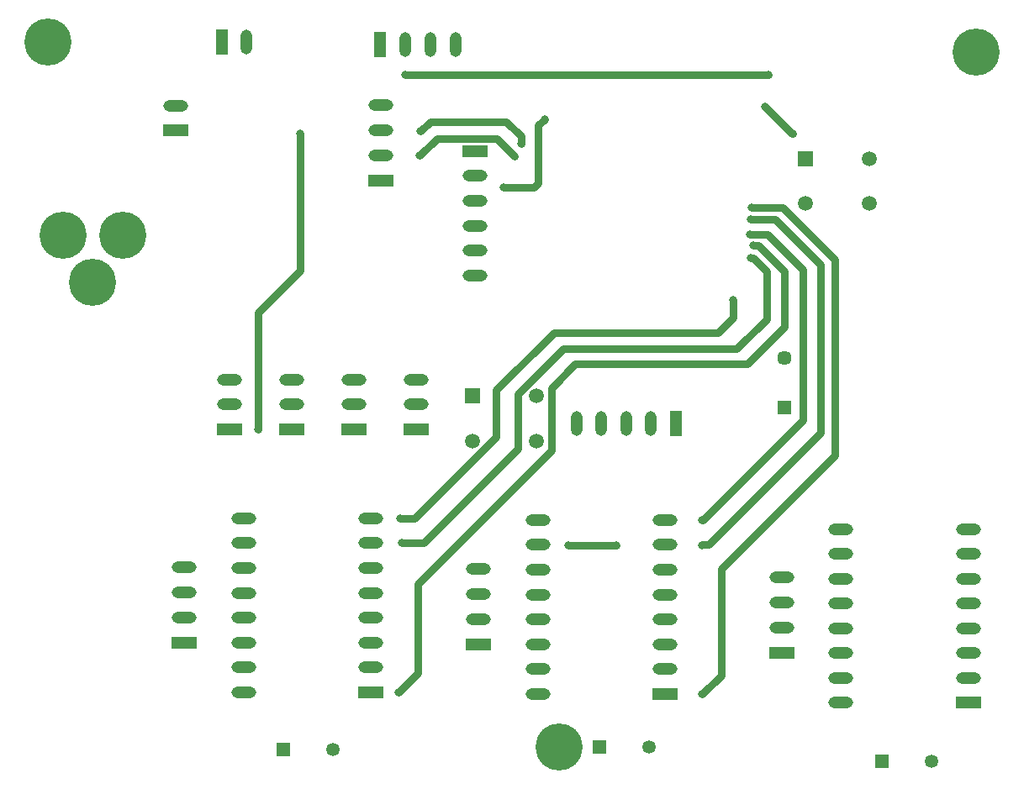
<source format=gtl>
G04*
G04 #@! TF.GenerationSoftware,Altium Limited,Altium Designer,20.2.6 (244)*
G04*
G04 Layer_Physical_Order=1*
G04 Layer_Color=255*
%FSLAX25Y25*%
%MOIN*%
G70*
G04*
G04 #@! TF.SameCoordinates,144DF908-3300-4855-B5FD-CD95A974D408*
G04*
G04*
G04 #@! TF.FilePolarity,Positive*
G04*
G01*
G75*
%ADD20R,0.05709X0.05709*%
%ADD21C,0.05709*%
%ADD28C,0.03150*%
%ADD29R,0.09843X0.04724*%
%ADD30O,0.09843X0.04724*%
%ADD31O,0.04724X0.09843*%
%ADD32R,0.04724X0.09843*%
%ADD33C,0.05906*%
%ADD34R,0.05906X0.05906*%
%ADD35C,0.18673*%
%ADD36R,0.05315X0.05315*%
%ADD37C,0.05315*%
%ADD38C,0.03150*%
D20*
X309564Y154035D02*
D03*
D21*
Y173721D02*
D03*
D28*
X212106Y265945D02*
X214567Y268406D01*
X212106Y243085D02*
Y265945D01*
X210261Y241240D02*
X212106Y243085D01*
X198442Y241240D02*
X210261D01*
X169308Y267520D02*
X199409D01*
X205332Y258760D02*
Y261597D01*
X199409Y267520D02*
X205332Y261597D01*
X323917Y143996D02*
Y210630D01*
X296358Y228543D02*
X306004D01*
X323917Y210630D01*
X309055Y233465D02*
X329724Y212795D01*
X296555Y233465D02*
X309055D01*
X329724Y135138D02*
Y212795D01*
X303013Y222774D02*
X316929Y208858D01*
X296003Y222774D02*
X303013D01*
X316929Y149016D02*
Y208858D01*
X309842Y185925D02*
Y207874D01*
X297342Y218406D02*
X299311D01*
X309842Y207874D01*
X302559Y188976D02*
Y208169D01*
X296457Y213425D02*
X297303D01*
X302559Y208169D01*
X224016Y99508D02*
X243012D01*
X164272Y48720D02*
Y69095D01*
X157283Y110039D02*
X157283Y110039D01*
X164272Y69095D02*
X164469Y69291D01*
Y84153D01*
X157283Y110039D02*
X163191D01*
X164469Y84153D02*
X217323Y137008D01*
Y161811D01*
X166634Y100197D02*
X204134Y137697D01*
X157972Y100197D02*
X166634D01*
X195374Y142222D02*
Y160925D01*
X204134Y137697D02*
Y159254D01*
X163191Y110039D02*
X195374Y142222D01*
X101083Y145374D02*
Y191732D01*
X117627Y208276D01*
Y262598D01*
X159466Y286161D02*
X303484D01*
X279626Y99705D02*
X323917Y143996D01*
X277264Y109350D02*
X316929Y149016D01*
X284547Y89961D02*
X329724Y135138D01*
X284547Y47835D02*
Y89961D01*
X204134Y159254D02*
X222143Y177264D01*
X218307Y183858D02*
X283465D01*
X195374Y160925D02*
X218307Y183858D01*
X226772Y171260D02*
X295177D01*
X217323Y161811D02*
X226772Y171260D01*
X222143Y177264D02*
X290846D01*
X302559Y188976D01*
X295177Y171260D02*
X309842Y185925D01*
X156693Y41142D02*
X164272Y48720D01*
X289370Y189764D02*
Y196752D01*
X283465Y183858D02*
X289370Y189764D01*
X277165Y109350D02*
X277264D01*
X277165Y40453D02*
X284547Y47835D01*
X276969Y99705D02*
X279626D01*
X302165Y273425D02*
X312795Y262795D01*
X312992D01*
X165371Y263583D02*
X169308Y267520D01*
X165141Y253970D02*
X171998Y260827D01*
X195588D02*
X202674Y253740D01*
X171998Y260827D02*
X195588D01*
D29*
X262460Y40489D02*
D03*
X68209Y263950D02*
D03*
X114318Y145472D02*
D03*
X89567D02*
D03*
X163819D02*
D03*
X139068Y145472D02*
D03*
X187025Y255709D02*
D03*
X149623Y243970D02*
D03*
X382582Y36904D02*
D03*
X188423Y60174D02*
D03*
X308545Y56589D02*
D03*
X145669Y41142D02*
D03*
X71632Y60827D02*
D03*
D30*
X262460Y50331D02*
D03*
Y60174D02*
D03*
Y70016D02*
D03*
Y79859D02*
D03*
Y89701D02*
D03*
Y99544D02*
D03*
Y109386D02*
D03*
X212067Y40489D02*
D03*
Y50331D02*
D03*
Y60174D02*
D03*
Y70016D02*
D03*
Y79859D02*
D03*
Y89701D02*
D03*
Y99544D02*
D03*
Y109386D02*
D03*
X68209Y273793D02*
D03*
X114318Y155315D02*
D03*
Y165157D02*
D03*
X89567Y155315D02*
D03*
Y165157D02*
D03*
X163819Y155315D02*
D03*
Y165157D02*
D03*
X139068Y155315D02*
D03*
Y165157D02*
D03*
X187025Y206496D02*
D03*
Y216339D02*
D03*
Y226181D02*
D03*
Y236024D02*
D03*
Y245866D02*
D03*
X149623Y273970D02*
D03*
Y263970D02*
D03*
Y253970D02*
D03*
X382582Y46746D02*
D03*
Y56589D02*
D03*
Y66431D02*
D03*
Y76274D02*
D03*
Y86116D02*
D03*
Y95959D02*
D03*
Y105801D02*
D03*
X332188Y36904D02*
D03*
Y46746D02*
D03*
Y56589D02*
D03*
Y66431D02*
D03*
Y76274D02*
D03*
Y86116D02*
D03*
Y95959D02*
D03*
Y105801D02*
D03*
X188423Y90174D02*
D03*
Y80174D02*
D03*
Y70174D02*
D03*
X308545Y86589D02*
D03*
Y76588D02*
D03*
Y66588D02*
D03*
X145669Y50984D02*
D03*
Y60827D02*
D03*
Y70669D02*
D03*
Y80512D02*
D03*
Y90354D02*
D03*
Y100197D02*
D03*
Y110039D02*
D03*
X95276Y41142D02*
D03*
Y50984D02*
D03*
Y60827D02*
D03*
Y70669D02*
D03*
Y80512D02*
D03*
Y90354D02*
D03*
Y100197D02*
D03*
Y110039D02*
D03*
X71632Y70827D02*
D03*
Y80827D02*
D03*
Y90827D02*
D03*
D31*
X227264Y147835D02*
D03*
X237106D02*
D03*
X246949D02*
D03*
X256791D02*
D03*
X96457Y299016D02*
D03*
X159466Y298130D02*
D03*
X169466D02*
D03*
X179466D02*
D03*
D32*
X266634Y147835D02*
D03*
X86614Y299016D02*
D03*
X149466Y298130D02*
D03*
D33*
X211516Y158563D02*
D03*
Y140847D02*
D03*
X185925D02*
D03*
X343504Y252756D02*
D03*
Y235039D02*
D03*
X317913D02*
D03*
D34*
X185925Y158563D02*
D03*
X317913Y252756D02*
D03*
D35*
X35433Y203740D02*
D03*
X23622Y222244D02*
D03*
X47244D02*
D03*
X385827Y295079D02*
D03*
X17717Y299016D02*
D03*
X220472Y19488D02*
D03*
D36*
X348425Y13583D02*
D03*
X236221Y19488D02*
D03*
X111002Y18504D02*
D03*
D37*
X368110Y13583D02*
D03*
X255906Y19488D02*
D03*
X130687Y18504D02*
D03*
D38*
X214567Y268406D02*
D03*
X243012Y99508D02*
D03*
X224016D02*
D03*
X277165Y109350D02*
D03*
X157283Y110039D02*
D03*
X101083Y145374D02*
D03*
X117627Y262598D02*
D03*
X303484Y286161D02*
D03*
X159466D02*
D03*
X157972Y100197D02*
D03*
X289370Y196752D02*
D03*
X297342Y218406D02*
D03*
X277165Y40453D02*
D03*
Y99508D02*
D03*
X296457Y213425D02*
D03*
X296003Y222774D02*
D03*
X296358Y228543D02*
D03*
X296555Y233465D02*
D03*
X156693Y41142D02*
D03*
X312992Y262795D02*
D03*
X302165Y273425D02*
D03*
X202674Y253740D02*
D03*
X165371Y263583D02*
D03*
X198442Y241240D02*
D03*
X205332Y258760D02*
D03*
X165141Y253970D02*
D03*
M02*

</source>
